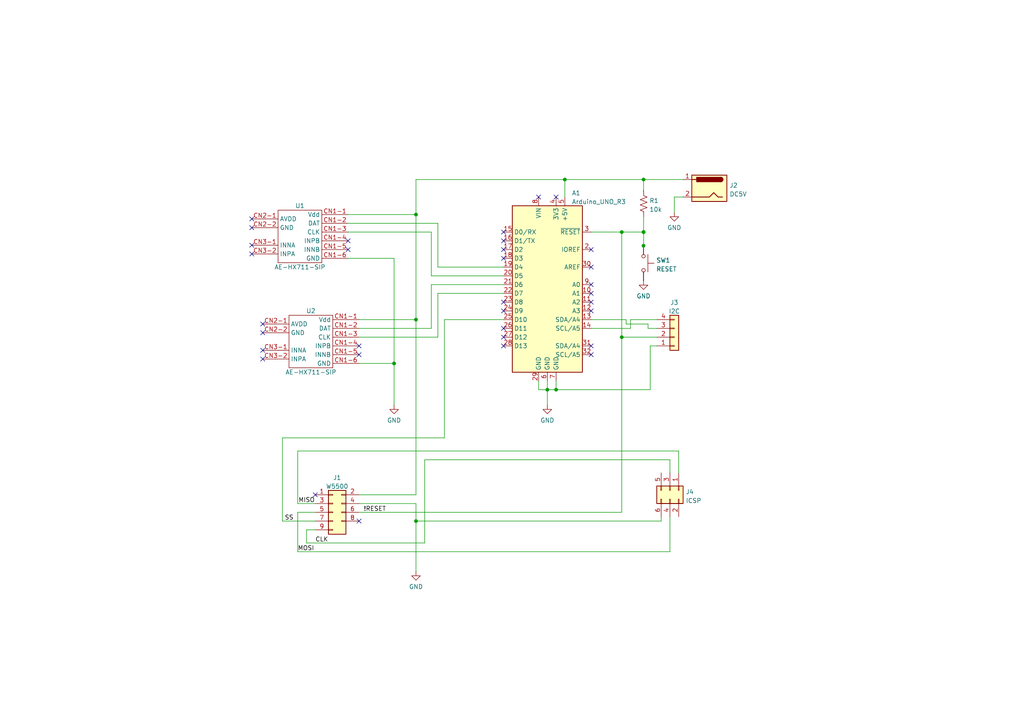
<source format=kicad_sch>
(kicad_sch (version 20211123) (generator eeschema)
  (paper "A4")
  (title_block (title "Weight Sensor with Dual HX711") (date "2022-10-16") (rev "1.20") (company "HOLLY&Co.,Ltd.") (comment 1 "Reset SWとI2Cコネクタを追加した") (comment 2 "5V電源は安定化すること") (comment 3 "W5500のSSはD10(UNOのピンに合わせるため)"))
  (lib_symbols
    (symbol "AE-HX711-SIP_1"
      (property "Reference" "U" (at 0 0 0))
      (property "Value" "AE-HX711-SIP_1" (at 0 2.54 0))
      (symbol "AE-HX711-SIP_1_0_1"
        (rectangle (start -6.35 -1.27) (end 6.35 -16.51) (stroke (width 0.1524)))
      )
      (symbol "AE-HX711-SIP_1_1_1"
        (pin power_in line (at -13.97 -2.54 0) (length 7.62) (name "Vdd") (number "CN1-1"))
        (pin output line (at -13.97 -5.08 0) (length 7.62) (name "DAT") (number "CN1-2"))
        (pin input line (at -13.97 -7.62 0) (length 7.62) (name "CLK") (number "CN1-3"))
        (pin input line (at -13.97 -10.16 0) (length 7.62) (name "INPB") (number "CN1-4"))
        (pin input line (at -13.97 -12.7 0) (length 7.62) (name "INNB") (number "CN1-5"))
        (pin bidirectional line (at -13.97 -15.24 0) (length 7.62) (name "GND") (number "CN1-6"))
        (pin output line (at 13.97 -3.81 180) (length 7.62) (name "AVDD") (number "CN2-1"))
        (pin bidirectional line (at 13.97 -6.35 180) (length 7.62) (name "GND") (number "CN2-2"))
        (pin input line (at 13.97 -11.43 180) (length 7.62) (name "INNA") (number "CN3-1"))
        (pin input line (at 13.97 -13.97 180) (length 7.62) (name "INPA") (number "CN3-2"))
      )
    )
    (symbol "Connector:Jack-DC" (pin_names (offset 1.016))
      (property "Reference" "J" (at 0 5.334 0))
      (property "Value" "Jack-DC" (at 0 -5.08 0))
      (symbol "Jack-DC_0_1"
        (rectangle (start -5.08 3.81) (end 5.08 -3.81) (stroke (width 0.254)) (fill (type background)))
        (arc (start -3.302 3.175) (mid -3.937 2.54) (end -3.302 1.905) (stroke (width 0.254)))
        (arc (start -3.302 3.175) (mid -3.937 2.54) (end -3.302 1.905) (stroke (width 0.254)) (fill (type outline)))
        (polyline (pts (xy 5.08 2.54) (xy 3.81 2.54)) (stroke (width 0.254)))
        (polyline (pts (xy -3.81 -2.54) (xy -2.54 -2.54) (xy -1.27 -1.27) (xy 0 -2.54) (xy 2.54 -2.54) (xy 5.08 -2.54)) (stroke (width 0.254)))
        (rectangle (start 3.683 3.175) (end -3.302 1.905) (stroke (width 0.254)) (fill (type outline)))
      )
      (symbol "Jack-DC_1_1"
        (pin passive line (at 7.62 2.54 180) (length 2.54) (name "~") (number "1"))
        (pin passive line (at 7.62 -2.54 180) (length 2.54) (name "~") (number "2"))
      )
    )
    (symbol "Connector_Generic:Conn_01x04" (pin_names (offset 1.016) hide)
      (property "Reference" "J" (at 0 5.08 0))
      (property "Value" "Conn_01x04" (at 0 -7.62 0))
      (symbol "Conn_01x04_1_1"
        (rectangle (start -1.27 -4.953) (end 0 -5.207) (stroke (width 0.1524)))
        (rectangle (start -1.27 -2.413) (end 0 -2.667) (stroke (width 0.1524)))
        (rectangle (start -1.27 0.127) (end 0 -0.127) (stroke (width 0.1524)))
        (rectangle (start -1.27 2.667) (end 0 2.413) (stroke (width 0.1524)))
        (rectangle (start -1.27 3.81) (end 1.27 -6.35) (stroke (width 0.254)) (fill (type background)))
        (pin passive line (at -5.08 2.54 0) (length 3.81) (name "Pin_1") (number "1"))
        (pin passive line (at -5.08 0 0) (length 3.81) (name "Pin_2") (number "2"))
        (pin passive line (at -5.08 -2.54 0) (length 3.81) (name "Pin_3") (number "3"))
        (pin passive line (at -5.08 -5.08 0) (length 3.81) (name "Pin_4") (number "4"))
      )
    )
    (symbol "Connector_Generic:Conn_02x03_Odd_Even" (pin_names (offset 1.016) hide)
      (property "Reference" "J" (at 1.27 5.08 0))
      (property "Value" "Conn_02x03_Odd_Even" (at 1.27 -5.08 0))
      (symbol "Conn_02x03_Odd_Even_1_1"
        (rectangle (start -1.27 -2.413) (end 0 -2.667) (stroke (width 0.1524)))
        (rectangle (start -1.27 0.127) (end 0 -0.127) (stroke (width 0.1524)))
        (rectangle (start -1.27 2.667) (end 0 2.413) (stroke (width 0.1524)))
        (rectangle (start -1.27 3.81) (end 3.81 -3.81) (stroke (width 0.254)) (fill (type background)))
        (rectangle (start 3.81 -2.413) (end 2.54 -2.667) (stroke (width 0.1524)))
        (rectangle (start 3.81 0.127) (end 2.54 -0.127) (stroke (width 0.1524)))
        (rectangle (start 3.81 2.667) (end 2.54 2.413) (stroke (width 0.1524)))
        (pin passive line (at -5.08 2.54 0) (length 3.81) (name "Pin_1") (number "1"))
        (pin passive line (at 7.62 2.54 180) (length 3.81) (name "Pin_2") (number "2"))
        (pin passive line (at -5.08 0 0) (length 3.81) (name "Pin_3") (number "3"))
        (pin passive line (at 7.62 0 180) (length 3.81) (name "Pin_4") (number "4"))
        (pin passive line (at -5.08 -2.54 0) (length 3.81) (name "Pin_5") (number "5"))
        (pin passive line (at 7.62 -2.54 180) (length 3.81) (name "Pin_6") (number "6"))
      )
    )
    (symbol "Connector_Generic:Conn_2Rows-09Pins" (pin_names (offset 1.016) hide)
      (property "Reference" "J" (at 1.27 7.62 0))
      (property "Value" "Conn_2Rows-09Pins" (at 1.27 -7.62 0))
      (symbol "Conn_2Rows-09Pins_1_1"
        (rectangle (start -1.27 -4.953) (end 0 -5.207) (stroke (width 0.1524)))
        (rectangle (start -1.27 -2.413) (end 0 -2.667) (stroke (width 0.1524)))
        (rectangle (start -1.27 0.127) (end 0 -0.127) (stroke (width 0.1524)))
        (rectangle (start -1.27 2.667) (end 0 2.413) (stroke (width 0.1524)))
        (rectangle (start -1.27 5.207) (end 0 4.953) (stroke (width 0.1524)))
        (rectangle (start -1.27 6.35) (end 3.81 -6.35) (stroke (width 0.254)) (fill (type background)))
        (rectangle (start 3.81 -2.413) (end 2.54 -2.667) (stroke (width 0.1524)))
        (rectangle (start 3.81 0.127) (end 2.54 -0.127) (stroke (width 0.1524)))
        (rectangle (start 3.81 2.667) (end 2.54 2.413) (stroke (width 0.1524)))
        (rectangle (start 3.81 5.207) (end 2.54 4.953) (stroke (width 0.1524)))
        (pin passive line (at -5.08 5.08 0) (length 3.81) (name "Pin_1") (number "1"))
        (pin passive line (at 7.62 5.08 180) (length 3.81) (name "Pin_2") (number "2"))
        (pin passive line (at -5.08 2.54 0) (length 3.81) (name "Pin_3") (number "3"))
        (pin passive line (at 7.62 2.54 180) (length 3.81) (name "Pin_4") (number "4"))
        (pin passive line (at -5.08 0 0) (length 3.81) (name "Pin_5") (number "5"))
        (pin passive line (at 7.62 0 180) (length 3.81) (name "Pin_6") (number "6"))
        (pin passive line (at -5.08 -2.54 0) (length 3.81) (name "Pin_7") (number "7"))
        (pin passive line (at 7.62 -2.54 180) (length 3.81) (name "Pin_8") (number "8"))
        (pin passive line (at -5.08 -5.08 0) (length 3.81) (name "Pin_9") (number "9"))
      )
    )
    (symbol "Device:R_US" (pin_numbers hide) (pin_names (offset 0))
      (property "Reference" "R" (at 2.54 0 90))
      (property "Value" "R_US" (at -2.54 0 90))
      (symbol "R_US_0_1"
        (polyline (pts (xy 0 -2.286) (xy 0 -2.54)))
        (polyline (pts (xy 0 2.286) (xy 0 2.54)))
        (polyline (pts (xy 0 -0.762) (xy 1.016 -1.143) (xy 0 -1.524) (xy -1.016 -1.905) (xy 0 -2.286)))
        (polyline (pts (xy 0 0.762) (xy 1.016 0.381) (xy 0 0) (xy -1.016 -0.381) (xy 0 -0.762)))
        (polyline (pts (xy 0 2.286) (xy 1.016 1.905) (xy 0 1.524) (xy -1.016 1.143) (xy 0 0.762)))
      )
      (symbol "R_US_1_1"
        (pin passive line (at 0 3.81 270) (length 1.27) (name "~") (number "1"))
        (pin passive line (at 0 -3.81 90) (length 1.27) (name "~") (number "2"))
      )
    )
    (symbol "MCU_Module:Arduino_UNO_R3"
      (property "Reference" "A" (at -10.16 23.495 0))
      (property "Value" "Arduino_UNO_R3" (at 5.08 -26.67 0))
      (symbol "Arduino_UNO_R3_0_1"
        (rectangle (start -10.16 22.86) (end 10.16 -25.4) (stroke (width 0.254)) (fill (type background)))
      )
      (symbol "Arduino_UNO_R3_1_1"
        (pin no_connect line (at -10.16 -20.32 0) (length 2.54) hide (name "NC") (number "1"))
        (pin bidirectional line (at 12.7 -2.54 180) (length 2.54) (name "A1") (number "10"))
        (pin bidirectional line (at 12.7 -5.08 180) (length 2.54) (name "A2") (number "11"))
        (pin bidirectional line (at 12.7 -7.62 180) (length 2.54) (name "A3") (number "12"))
        (pin bidirectional line (at 12.7 -10.16 180) (length 2.54) (name "SDA/A4") (number "13"))
        (pin bidirectional line (at 12.7 -12.7 180) (length 2.54) (name "SCL/A5") (number "14"))
        (pin bidirectional line (at -12.7 15.24 0) (length 2.54) (name "D0/RX") (number "15"))
        (pin bidirectional line (at -12.7 12.7 0) (length 2.54) (name "D1/TX") (number "16"))
        (pin bidirectional line (at -12.7 10.16 0) (length 2.54) (name "D2") (number "17"))
        (pin bidirectional line (at -12.7 7.62 0) (length 2.54) (name "D3") (number "18"))
        (pin bidirectional line (at -12.7 5.08 0) (length 2.54) (name "D4") (number "19"))
        (pin output line (at 12.7 10.16 180) (length 2.54) (name "IOREF") (number "2"))
        (pin bidirectional line (at -12.7 2.54 0) (length 2.54) (name "D5") (number "20"))
        (pin bidirectional line (at -12.7 0 0) (length 2.54) (name "D6") (number "21"))
        (pin bidirectional line (at -12.7 -2.54 0) (length 2.54) (name "D7") (number "22"))
        (pin bidirectional line (at -12.7 -5.08 0) (length 2.54) (name "D8") (number "23"))
        (pin bidirectional line (at -12.7 -7.62 0) (length 2.54) (name "D9") (number "24"))
        (pin bidirectional line (at -12.7 -10.16 0) (length 2.54) (name "D10") (number "25"))
        (pin bidirectional line (at -12.7 -12.7 0) (length 2.54) (name "D11") (number "26"))
        (pin bidirectional line (at -12.7 -15.24 0) (length 2.54) (name "D12") (number "27"))
        (pin bidirectional line (at -12.7 -17.78 0) (length 2.54) (name "D13") (number "28"))
        (pin power_in line (at -2.54 -27.94 90) (length 2.54) (name "GND") (number "29"))
        (pin input line (at 12.7 15.24 180) (length 2.54) (name "~{RESET}") (number "3"))
        (pin input line (at 12.7 5.08 180) (length 2.54) (name "AREF") (number "30"))
        (pin bidirectional line (at 12.7 -17.78 180) (length 2.54) (name "SDA/A4") (number "31"))
        (pin bidirectional line (at 12.7 -20.32 180) (length 2.54) (name "SCL/A5") (number "32"))
        (pin power_out line (at 2.54 25.4 270) (length 2.54) (name "3V3") (number "4"))
        (pin power_out line (at 5.08 25.4 270) (length 2.54) (name "+5V") (number "5"))
        (pin power_in line (at 0 -27.94 90) (length 2.54) (name "GND") (number "6"))
        (pin power_in line (at 2.54 -27.94 90) (length 2.54) (name "GND") (number "7"))
        (pin power_in line (at -2.54 25.4 270) (length 2.54) (name "VIN") (number "8"))
        (pin bidirectional line (at 12.7 0 180) (length 2.54) (name "A0") (number "9"))
      )
    )
    (symbol "Switch:SW_Push" (pin_numbers hide) (pin_names (offset 1.016) hide)
      (property "Reference" "SW" (at 1.27 2.54 0))
      (property "Value" "SW_Push" (at 0 -1.524 0))
      (symbol "SW_Push_0_1"
        (circle (center -2.032 0) (radius 0.508))
        (polyline (pts (xy 0 1.27) (xy 0 3.048)))
        (polyline (pts (xy 2.54 1.27) (xy -2.54 1.27)))
        (circle (center 2.032 0) (radius 0.508))
        (pin passive line (at -5.08 0 0) (length 2.54) (name "1") (number "1"))
        (pin passive line (at 5.08 0 180) (length 2.54) (name "2") (number "2"))
      )
    )
    (symbol "holly:AE-HX711-SIP"
      (property "Reference" "U" (at 0 0 0))
      (property "Value" "AE-HX711-SIP" (at 0 2.54 0))
      (symbol "AE-HX711-SIP_0_1"
        (rectangle (start -6.35 -1.27) (end 6.35 -16.51) (stroke (width 0.1524)))
      )
      (symbol "AE-HX711-SIP_1_1"
        (pin power_in line (at -13.97 -2.54 0) (length 7.62) (name "Vdd") (number "CN1-1"))
        (pin output line (at -13.97 -5.08 0) (length 7.62) (name "DAT") (number "CN1-2"))
        (pin input line (at -13.97 -7.62 0) (length 7.62) (name "CLK") (number "CN1-3"))
        (pin input line (at -13.97 -10.16 0) (length 7.62) (name "INPB") (number "CN1-4"))
        (pin input line (at -13.97 -12.7 0) (length 7.62) (name "INNB") (number "CN1-5"))
        (pin bidirectional line (at -13.97 -15.24 0) (length 7.62) (name "GND") (number "CN1-6"))
        (pin output line (at 13.97 -3.81 180) (length 7.62) (name "AVDD") (number "CN2-1"))
        (pin bidirectional line (at 13.97 -6.35 180) (length 7.62) (name "GND") (number "CN2-2"))
        (pin input line (at 13.97 -11.43 180) (length 7.62) (name "INNA") (number "CN3-1"))
        (pin input line (at 13.97 -13.97 180) (length 7.62) (name "INPA") (number "CN3-2"))
      )
    )
    (symbol "power:GND" (power) (pin_names (offset 0))
      (property "Value" "GND" (at 0 -3.81 0))
      (symbol "GND_0_1"
        (polyline (pts (xy 0 0) (xy 0 -1.27) (xy 1.27 -1.27) (xy 0 -2.54) (xy -1.27 -1.27) (xy 0 -1.27)))
      )
      (symbol "GND_1_1"
        (pin power_in line (at 0 0 270) (length 0) hide (name "GND") (number "1"))
      )
    )
  )
  (junction (at 120.65 151.13))
  (junction (at 186.6589 52.07))
  (junction (at 161.29 113.03))
  (junction (at 120.65 62.23))
  (junction (at 163.83 52.07))
  (junction (at 186.69 67.31))
  (junction (at 180.34 67.31))
  (junction (at 120.65 92.71))
  (junction (at 186.6447 67.31))
  (junction (at 186.6459 71.2647))
  (junction (at 180.34 97.79))
  (junction (at 114.3 105.41))
  (junction (at 158.75 113.03))
  (no_connect (at 146.05 95.25))
  (no_connect (at 146.05 67.31))
  (no_connect (at 156.21 57.15))
  (no_connect (at 161.29 57.15))
  (no_connect (at 146.05 72.39))
  (no_connect (at 146.05 74.93))
  (no_connect (at 146.05 69.85))
  (no_connect (at 100.965 69.85))
  (no_connect (at 100.965 72.39))
  (no_connect (at 73.025 73.66))
  (no_connect (at 73.025 63.5))
  (no_connect (at 73.025 66.04))
  (no_connect (at 73.025 71.12))
  (no_connect (at 76.2 104.14))
  (no_connect (at 76.2 93.98))
  (no_connect (at 76.2 96.52))
  (no_connect (at 76.2 101.6))
  (no_connect (at 104.14 100.33))
  (no_connect (at 104.14 102.87))
  (no_connect (at 146.05 97.79))
  (no_connect (at 146.05 100.33))
  (no_connect (at 104.14 151.13))
  (no_connect (at 91.44 143.51))
  (no_connect (at 171.45 102.87))
  (no_connect (at 146.05 87.63))
  (no_connect (at 146.05 90.17))
  (no_connect (at 171.45 85.09))
  (no_connect (at 171.45 87.63))
  (no_connect (at 171.45 90.17))
  (no_connect (at 171.45 100.33))
  (no_connect (at 171.45 82.55))
  (no_connect (at 171.45 77.47))
  (no_connect (at 171.45 72.39))
  (wire (pts (xy 186.6447 67.31) (xy 186.69 62.865)))
  (wire (pts (xy 186.6912 71.2647) (xy 186.6459 71.2647)))
  (wire (pts (xy 194.31 133.35) (xy 194.31 137.16)))
  (wire (pts (xy 146.05 80.01) (xy 125.095 80.01)))
  (wire (pts (xy 182.88 92.71) (xy 182.88 95.25)))
  (wire (pts (xy 191.77 149.86) (xy 191.77 151.13)))
  (wire (pts (xy 104.14 146.05) (xy 120.65 146.05)))
  (wire (pts (xy 123.19 157.48) (xy 123.19 133.35)))
  (wire (pts (xy 120.65 146.05) (xy 120.65 151.13)))
  (wire (pts (xy 120.65 92.71) (xy 104.14 92.71)))
  (wire (pts (xy 146.05 77.47) (xy 127 77.47)))
  (wire (pts (xy 156.21 113.03) (xy 158.75 113.03)))
  (wire (pts (xy 158.75 110.49) (xy 158.75 113.03)))
  (wire (pts (xy 120.65 62.23) (xy 120.65 92.71)))
  (wire (pts (xy 86.36 146.05) (xy 86.36 130.81)))
  (wire (pts (xy 128.905 92.71) (xy 128.905 127)))
  (wire (pts (xy 190.5 92.71) (xy 182.88 92.71)))
  (wire (pts (xy 186.6589 52.07) (xy 186.6589 55.5594)))
  (wire (pts (xy 182.88 95.25) (xy 171.45 95.25)))
  (wire (pts (xy 104.14 105.41) (xy 114.3 105.41)))
  (wire (pts (xy 120.65 151.13) (xy 120.65 165.735)))
  (wire (pts (xy 146.05 92.71) (xy 128.905 92.71)))
  (wire (pts (xy 100.965 74.93) (xy 114.3 74.93)))
  (wire (pts (xy 100.965 62.23) (xy 120.65 62.23)))
  (wire (pts (xy 125.095 82.55) (xy 125.095 95.25)))
  (wire (pts (xy 180.34 97.79) (xy 180.34 148.59)))
  (wire (pts (xy 156.21 110.49) (xy 156.21 113.03)))
  (wire (pts (xy 120.65 143.51) (xy 104.14 143.51)))
  (wire (pts (xy 127 97.79) (xy 104.14 97.79)))
  (wire (pts (xy 186.6589 55.5594) (xy 186.69 55.245)))
  (wire (pts (xy 187.96 93.98) (xy 181.61 93.98)))
  (wire (pts (xy 91.44 148.59) (xy 86.36 148.59)))
  (wire (pts (xy 194.31 149.86) (xy 194.31 160.02)))
  (wire (pts (xy 188.595 100.33) (xy 188.595 113.03)))
  (wire (pts (xy 86.36 146.05) (xy 91.44 146.05)))
  (wire (pts (xy 81.915 151.13) (xy 91.44 151.13)))
  (wire (pts (xy 125.095 67.31) (xy 100.965 67.31)))
  (wire (pts (xy 120.65 151.13) (xy 191.77 151.13)))
  (wire (pts (xy 81.915 127) (xy 81.915 151.13)))
  (wire (pts (xy 186.6912 71.2647) (xy 186.69 67.31)))
  (wire (pts (xy 86.36 160.02) (xy 194.31 160.02)))
  (wire (pts (xy 120.65 52.07) (xy 163.83 52.07)))
  (wire (pts (xy 146.05 82.55) (xy 125.095 82.55)))
  (wire (pts (xy 163.83 52.07) (xy 163.83 57.15)))
  (wire (pts (xy 127 77.47) (xy 127 64.77)))
  (wire (pts (xy 187.96 95.25) (xy 187.96 93.98)))
  (wire (pts (xy 127 64.77) (xy 100.965 64.77)))
  (wire (pts (xy 120.65 92.71) (xy 120.65 143.51)))
  (wire (pts (xy 88.9 157.48) (xy 123.19 157.48)))
  (wire (pts (xy 114.3 105.41) (xy 114.3 117.475)))
  (wire (pts (xy 125.095 95.25) (xy 104.14 95.25)))
  (wire (pts (xy 161.29 113.03) (xy 161.29 110.49)))
  (wire (pts (xy 86.36 130.81) (xy 196.85 130.81)))
  (wire (pts (xy 188.595 113.03) (xy 161.29 113.03)))
  (wire (pts (xy 190.5 100.33) (xy 188.595 100.33)))
  (wire (pts (xy 146.05 85.09) (xy 127 85.09)))
  (wire (pts (xy 163.83 52.07) (xy 186.6589 52.07)))
  (wire (pts (xy 180.34 67.31) (xy 186.6447 67.31)))
  (wire (pts (xy 120.65 52.07) (xy 120.65 62.23)))
  (wire (pts (xy 181.61 92.71) (xy 171.45 92.71)))
  (wire (pts (xy 158.75 113.03) (xy 158.75 117.475)))
  (wire (pts (xy 190.5 95.25) (xy 187.96 95.25)))
  (wire (pts (xy 104.14 148.59) (xy 180.34 148.59)))
  (wire (pts (xy 198.12 57.15) (xy 195.58 57.15)))
  (wire (pts (xy 158.75 113.03) (xy 161.29 113.03)))
  (wire (pts (xy 186.6589 52.07) (xy 198.12 52.07)))
  (wire (pts (xy 181.61 93.98) (xy 181.61 92.71)))
  (wire (pts (xy 123.19 133.35) (xy 194.31 133.35)))
  (wire (pts (xy 180.34 67.31) (xy 171.45 67.31)))
  (wire (pts (xy 195.58 57.15) (xy 195.58 61.595)))
  (wire (pts (xy 196.85 130.81) (xy 196.85 137.16)))
  (wire (pts (xy 125.095 80.01) (xy 125.095 67.31)))
  (wire (pts (xy 86.36 148.59) (xy 86.36 160.02)))
  (wire (pts (xy 180.34 97.79) (xy 190.5 97.79)))
  (wire (pts (xy 186.69 67.31) (xy 186.6447 67.31)))
  (wire (pts (xy 91.44 153.67) (xy 88.9 153.67)))
  (wire (pts (xy 127 85.09) (xy 127 97.79)))
  (wire (pts (xy 114.3 74.93) (xy 114.3 105.41)))
  (wire (pts (xy 180.34 67.31) (xy 180.34 97.79)))
  (wire (pts (xy 128.905 127) (xy 81.915 127)))
  (wire (pts (xy 88.9 153.67) (xy 88.9 157.48)))
  (label "MOSI" (at 86.36 160.02 0))
  (label "!RESET" (at 105.4356 148.59 0))
  (label "CLK" (at 91.44 157.48 0))
  (label "SS" (at 82.55 151.13 0))
  (label "MISO" (at 86.5253 146.05 0))
  (symbol (lib_id "power:GND") (at 195.58 61.595 0) (unit 1)
    (property "Reference" "#PWR?" (effects hide))
    (property "Value" "GND" (at 195.58 66.0384 0))
  )
  (symbol (lib_id "MCU_Module:Arduino_UNO_R3") (at 158.75 82.55 0) (unit 1)
    (property "Reference" "A1" (at 165.8494 55.9902 0) (effects (justify left)))
    (property "Value" "Arduino_UNO_R3" (at 165.8494 58.5271 0) (effects (justify left)))
    (property "Footprint" "Module:Arduino_UNO_R3" (effects hide))
    (property "Datasheet" "https://www.arduino.cc/en/Main/arduinoBoardUno" (effects hide))
  )
  (symbol (lib_name "AE-HX711-SIP_1") (lib_id "holly:AE-HX711-SIP") (at 90.17 90.17 0) (mirror y) (unit 1)
    (property "Reference" "U2" (at 90.17 90.17 0))
    (property "Value" "AE-HX711-SIP" (at 90.17 107.95 0))
  )
  (symbol (lib_id "Device:R_US") (at 186.69 59.055 0) (unit 1)
    (property "Reference" "R1" (at 188.341 58.2203 0) (effects (justify left)))
    (property "Value" "10k" (at 188.341 60.7572 0) (effects (justify left)))
  )
  (symbol (lib_id "Connector:Jack-DC") (at 205.74 54.61 0) (mirror y) (unit 1)
    (property "Reference" "J2" (at 211.582 53.7753 0) (effects (justify right)))
    (property "Value" "DC5V" (at 211.582 56.3122 0) (effects (justify right)))
  )
  (symbol (lib_id "Connector_Generic:Conn_2Rows-09Pins") (at 96.52 148.59 0) (unit 1)
    (property "Reference" "J1" (at 97.79 138.5402 0))
    (property "Value" "W5500" (at 97.79 141.0771 0))
  )
  (symbol (lib_id "Connector_Generic:Conn_01x04") (at 195.58 97.79 0) (mirror x) (unit 1)
    (property "Reference" "J3" (at 195.58 87.7402 0))
    (property "Value" "I2C" (at 195.58 90.2771 0))
  )
  (symbol (lib_id "Switch:SW_Push") (at 186.6459 76.3447 270) (unit 1)
    (property "Reference" "SW1" (at 190.3289 75.51 90) (effects (justify left)))
    (property "Value" "RESET" (at 190.3289 78.0469 90) (effects (justify left)))
  )
  (symbol (lib_id "power:GND") (at 186.6459 81.4247 0) (unit 1)
    (property "Reference" "#PWR?" (effects hide))
    (property "Value" "GND" (at 186.6459 85.8681 0))
  )
  (symbol (lib_id "power:GND") (at 114.3 117.475 0) (unit 1)
    (property "Reference" "#PWR?" (effects hide))
    (property "Value" "GND" (at 114.3 121.9184 0))
  )
  (symbol (lib_id "power:GND") (at 158.75 117.475 0) (unit 1)
    (property "Reference" "#PWR?" (effects hide))
    (property "Value" "GND" (at 158.75 121.9184 0))
  )
  (symbol (lib_id "Connector_Generic:Conn_02x03_Odd_Even") (at 194.31 142.24 270) (unit 1)
    (property "Reference" "J4" (at 198.882 142.6753 90) (effects (justify left)))
    (property "Value" "ICSP" (at 198.882 145.2122 90) (effects (justify left)))
  )
  (symbol (lib_id "power:GND") (at 120.65 165.735 0) (unit 1)
    (property "Reference" "#PWR?" (effects hide))
    (property "Value" "GND" (at 120.65 170.1784 0))
  )
  (symbol (lib_id "holly:AE-HX711-SIP") (at 86.995 59.69 0) (mirror y) (unit 1)
    (property "Reference" "U1" (at 86.995 59.69 0))
    (property "Value" "AE-HX711-SIP" (at 86.995 77.47 0))
  )
)
</source>
